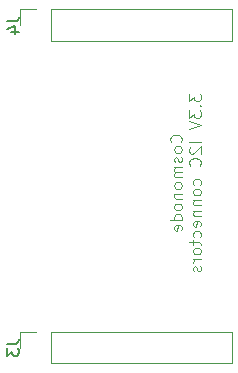
<source format=gbo>
G04 #@! TF.FileFunction,Legend,Bot*
%FSLAX46Y46*%
G04 Gerber Fmt 4.6, Leading zero omitted, Abs format (unit mm)*
G04 Created by KiCad (PCBNEW 4.0.7-e1-6374~58~ubuntu16.04.1) date Wed Aug  2 16:45:54 2017*
%MOMM*%
%LPD*%
G01*
G04 APERTURE LIST*
%ADD10C,0.100000*%
%ADD11C,0.120000*%
%ADD12C,0.150000*%
G04 APERTURE END LIST*
D10*
X160212143Y-110212619D02*
X160259762Y-110165000D01*
X160307381Y-110022143D01*
X160307381Y-109926905D01*
X160259762Y-109784047D01*
X160164524Y-109688809D01*
X160069286Y-109641190D01*
X159878810Y-109593571D01*
X159735952Y-109593571D01*
X159545476Y-109641190D01*
X159450238Y-109688809D01*
X159355000Y-109784047D01*
X159307381Y-109926905D01*
X159307381Y-110022143D01*
X159355000Y-110165000D01*
X159402619Y-110212619D01*
X160307381Y-110784047D02*
X160259762Y-110688809D01*
X160212143Y-110641190D01*
X160116905Y-110593571D01*
X159831190Y-110593571D01*
X159735952Y-110641190D01*
X159688333Y-110688809D01*
X159640714Y-110784047D01*
X159640714Y-110926905D01*
X159688333Y-111022143D01*
X159735952Y-111069762D01*
X159831190Y-111117381D01*
X160116905Y-111117381D01*
X160212143Y-111069762D01*
X160259762Y-111022143D01*
X160307381Y-110926905D01*
X160307381Y-110784047D01*
X160259762Y-111498333D02*
X160307381Y-111593571D01*
X160307381Y-111784047D01*
X160259762Y-111879286D01*
X160164524Y-111926905D01*
X160116905Y-111926905D01*
X160021667Y-111879286D01*
X159974048Y-111784047D01*
X159974048Y-111641190D01*
X159926429Y-111545952D01*
X159831190Y-111498333D01*
X159783571Y-111498333D01*
X159688333Y-111545952D01*
X159640714Y-111641190D01*
X159640714Y-111784047D01*
X159688333Y-111879286D01*
X160307381Y-112355476D02*
X159640714Y-112355476D01*
X159735952Y-112355476D02*
X159688333Y-112403095D01*
X159640714Y-112498333D01*
X159640714Y-112641191D01*
X159688333Y-112736429D01*
X159783571Y-112784048D01*
X160307381Y-112784048D01*
X159783571Y-112784048D02*
X159688333Y-112831667D01*
X159640714Y-112926905D01*
X159640714Y-113069762D01*
X159688333Y-113165000D01*
X159783571Y-113212619D01*
X160307381Y-113212619D01*
X160307381Y-113831666D02*
X160259762Y-113736428D01*
X160212143Y-113688809D01*
X160116905Y-113641190D01*
X159831190Y-113641190D01*
X159735952Y-113688809D01*
X159688333Y-113736428D01*
X159640714Y-113831666D01*
X159640714Y-113974524D01*
X159688333Y-114069762D01*
X159735952Y-114117381D01*
X159831190Y-114165000D01*
X160116905Y-114165000D01*
X160212143Y-114117381D01*
X160259762Y-114069762D01*
X160307381Y-113974524D01*
X160307381Y-113831666D01*
X159640714Y-114593571D02*
X160307381Y-114593571D01*
X159735952Y-114593571D02*
X159688333Y-114641190D01*
X159640714Y-114736428D01*
X159640714Y-114879286D01*
X159688333Y-114974524D01*
X159783571Y-115022143D01*
X160307381Y-115022143D01*
X160307381Y-115641190D02*
X160259762Y-115545952D01*
X160212143Y-115498333D01*
X160116905Y-115450714D01*
X159831190Y-115450714D01*
X159735952Y-115498333D01*
X159688333Y-115545952D01*
X159640714Y-115641190D01*
X159640714Y-115784048D01*
X159688333Y-115879286D01*
X159735952Y-115926905D01*
X159831190Y-115974524D01*
X160116905Y-115974524D01*
X160212143Y-115926905D01*
X160259762Y-115879286D01*
X160307381Y-115784048D01*
X160307381Y-115641190D01*
X160307381Y-116831667D02*
X159307381Y-116831667D01*
X160259762Y-116831667D02*
X160307381Y-116736429D01*
X160307381Y-116545952D01*
X160259762Y-116450714D01*
X160212143Y-116403095D01*
X160116905Y-116355476D01*
X159831190Y-116355476D01*
X159735952Y-116403095D01*
X159688333Y-116450714D01*
X159640714Y-116545952D01*
X159640714Y-116736429D01*
X159688333Y-116831667D01*
X160259762Y-117688810D02*
X160307381Y-117593572D01*
X160307381Y-117403095D01*
X160259762Y-117307857D01*
X160164524Y-117260238D01*
X159783571Y-117260238D01*
X159688333Y-117307857D01*
X159640714Y-117403095D01*
X159640714Y-117593572D01*
X159688333Y-117688810D01*
X159783571Y-117736429D01*
X159878810Y-117736429D01*
X159974048Y-117260238D01*
X160907381Y-106117380D02*
X160907381Y-106736428D01*
X161288333Y-106403094D01*
X161288333Y-106545952D01*
X161335952Y-106641190D01*
X161383571Y-106688809D01*
X161478810Y-106736428D01*
X161716905Y-106736428D01*
X161812143Y-106688809D01*
X161859762Y-106641190D01*
X161907381Y-106545952D01*
X161907381Y-106260237D01*
X161859762Y-106164999D01*
X161812143Y-106117380D01*
X161812143Y-107164999D02*
X161859762Y-107212618D01*
X161907381Y-107164999D01*
X161859762Y-107117380D01*
X161812143Y-107164999D01*
X161907381Y-107164999D01*
X160907381Y-107545951D02*
X160907381Y-108164999D01*
X161288333Y-107831665D01*
X161288333Y-107974523D01*
X161335952Y-108069761D01*
X161383571Y-108117380D01*
X161478810Y-108164999D01*
X161716905Y-108164999D01*
X161812143Y-108117380D01*
X161859762Y-108069761D01*
X161907381Y-107974523D01*
X161907381Y-107688808D01*
X161859762Y-107593570D01*
X161812143Y-107545951D01*
X160907381Y-108450713D02*
X161907381Y-108784046D01*
X160907381Y-109117380D01*
X161907381Y-110212618D02*
X160907381Y-110212618D01*
X161002619Y-110641189D02*
X160955000Y-110688808D01*
X160907381Y-110784046D01*
X160907381Y-111022142D01*
X160955000Y-111117380D01*
X161002619Y-111164999D01*
X161097857Y-111212618D01*
X161193095Y-111212618D01*
X161335952Y-111164999D01*
X161907381Y-110593570D01*
X161907381Y-111212618D01*
X161812143Y-112212618D02*
X161859762Y-112164999D01*
X161907381Y-112022142D01*
X161907381Y-111926904D01*
X161859762Y-111784046D01*
X161764524Y-111688808D01*
X161669286Y-111641189D01*
X161478810Y-111593570D01*
X161335952Y-111593570D01*
X161145476Y-111641189D01*
X161050238Y-111688808D01*
X160955000Y-111784046D01*
X160907381Y-111926904D01*
X160907381Y-112022142D01*
X160955000Y-112164999D01*
X161002619Y-112212618D01*
X161859762Y-113831666D02*
X161907381Y-113736428D01*
X161907381Y-113545951D01*
X161859762Y-113450713D01*
X161812143Y-113403094D01*
X161716905Y-113355475D01*
X161431190Y-113355475D01*
X161335952Y-113403094D01*
X161288333Y-113450713D01*
X161240714Y-113545951D01*
X161240714Y-113736428D01*
X161288333Y-113831666D01*
X161907381Y-114403094D02*
X161859762Y-114307856D01*
X161812143Y-114260237D01*
X161716905Y-114212618D01*
X161431190Y-114212618D01*
X161335952Y-114260237D01*
X161288333Y-114307856D01*
X161240714Y-114403094D01*
X161240714Y-114545952D01*
X161288333Y-114641190D01*
X161335952Y-114688809D01*
X161431190Y-114736428D01*
X161716905Y-114736428D01*
X161812143Y-114688809D01*
X161859762Y-114641190D01*
X161907381Y-114545952D01*
X161907381Y-114403094D01*
X161240714Y-115164999D02*
X161907381Y-115164999D01*
X161335952Y-115164999D02*
X161288333Y-115212618D01*
X161240714Y-115307856D01*
X161240714Y-115450714D01*
X161288333Y-115545952D01*
X161383571Y-115593571D01*
X161907381Y-115593571D01*
X161240714Y-116069761D02*
X161907381Y-116069761D01*
X161335952Y-116069761D02*
X161288333Y-116117380D01*
X161240714Y-116212618D01*
X161240714Y-116355476D01*
X161288333Y-116450714D01*
X161383571Y-116498333D01*
X161907381Y-116498333D01*
X161859762Y-117355476D02*
X161907381Y-117260238D01*
X161907381Y-117069761D01*
X161859762Y-116974523D01*
X161764524Y-116926904D01*
X161383571Y-116926904D01*
X161288333Y-116974523D01*
X161240714Y-117069761D01*
X161240714Y-117260238D01*
X161288333Y-117355476D01*
X161383571Y-117403095D01*
X161478810Y-117403095D01*
X161574048Y-116926904D01*
X161859762Y-118260238D02*
X161907381Y-118165000D01*
X161907381Y-117974523D01*
X161859762Y-117879285D01*
X161812143Y-117831666D01*
X161716905Y-117784047D01*
X161431190Y-117784047D01*
X161335952Y-117831666D01*
X161288333Y-117879285D01*
X161240714Y-117974523D01*
X161240714Y-118165000D01*
X161288333Y-118260238D01*
X161240714Y-118545952D02*
X161240714Y-118926904D01*
X160907381Y-118688809D02*
X161764524Y-118688809D01*
X161859762Y-118736428D01*
X161907381Y-118831666D01*
X161907381Y-118926904D01*
X161907381Y-119403095D02*
X161859762Y-119307857D01*
X161812143Y-119260238D01*
X161716905Y-119212619D01*
X161431190Y-119212619D01*
X161335952Y-119260238D01*
X161288333Y-119307857D01*
X161240714Y-119403095D01*
X161240714Y-119545953D01*
X161288333Y-119641191D01*
X161335952Y-119688810D01*
X161431190Y-119736429D01*
X161716905Y-119736429D01*
X161812143Y-119688810D01*
X161859762Y-119641191D01*
X161907381Y-119545953D01*
X161907381Y-119403095D01*
X161907381Y-120165000D02*
X161240714Y-120165000D01*
X161431190Y-120165000D02*
X161335952Y-120212619D01*
X161288333Y-120260238D01*
X161240714Y-120355476D01*
X161240714Y-120450715D01*
X161859762Y-120736429D02*
X161907381Y-120831667D01*
X161907381Y-121022143D01*
X161859762Y-121117382D01*
X161764524Y-121165001D01*
X161716905Y-121165001D01*
X161621667Y-121117382D01*
X161574048Y-121022143D01*
X161574048Y-120879286D01*
X161526429Y-120784048D01*
X161431190Y-120736429D01*
X161383571Y-120736429D01*
X161288333Y-120784048D01*
X161240714Y-120879286D01*
X161240714Y-121022143D01*
X161288333Y-121117382D01*
D11*
X164525000Y-126305000D02*
X164525000Y-128965000D01*
X149225000Y-126305000D02*
X164525000Y-126305000D01*
X149225000Y-128965000D02*
X164525000Y-128965000D01*
X149225000Y-126305000D02*
X149225000Y-128965000D01*
X147955000Y-126305000D02*
X146625000Y-126305000D01*
X146625000Y-126305000D02*
X146625000Y-127635000D01*
X164525000Y-99000000D02*
X164525000Y-101660000D01*
X149225000Y-99000000D02*
X164525000Y-99000000D01*
X149225000Y-101660000D02*
X164525000Y-101660000D01*
X149225000Y-99000000D02*
X149225000Y-101660000D01*
X147955000Y-99000000D02*
X146625000Y-99000000D01*
X146625000Y-99000000D02*
X146625000Y-100330000D01*
D12*
X145502381Y-127301667D02*
X146216667Y-127301667D01*
X146359524Y-127254047D01*
X146454762Y-127158809D01*
X146502381Y-127015952D01*
X146502381Y-126920714D01*
X145502381Y-127682619D02*
X145502381Y-128301667D01*
X145883333Y-127968333D01*
X145883333Y-128111191D01*
X145930952Y-128206429D01*
X145978571Y-128254048D01*
X146073810Y-128301667D01*
X146311905Y-128301667D01*
X146407143Y-128254048D01*
X146454762Y-128206429D01*
X146502381Y-128111191D01*
X146502381Y-127825476D01*
X146454762Y-127730238D01*
X146407143Y-127682619D01*
X145502381Y-99996667D02*
X146216667Y-99996667D01*
X146359524Y-99949047D01*
X146454762Y-99853809D01*
X146502381Y-99710952D01*
X146502381Y-99615714D01*
X145835714Y-100901429D02*
X146502381Y-100901429D01*
X145454762Y-100663333D02*
X146169048Y-100425238D01*
X146169048Y-101044286D01*
M02*

</source>
